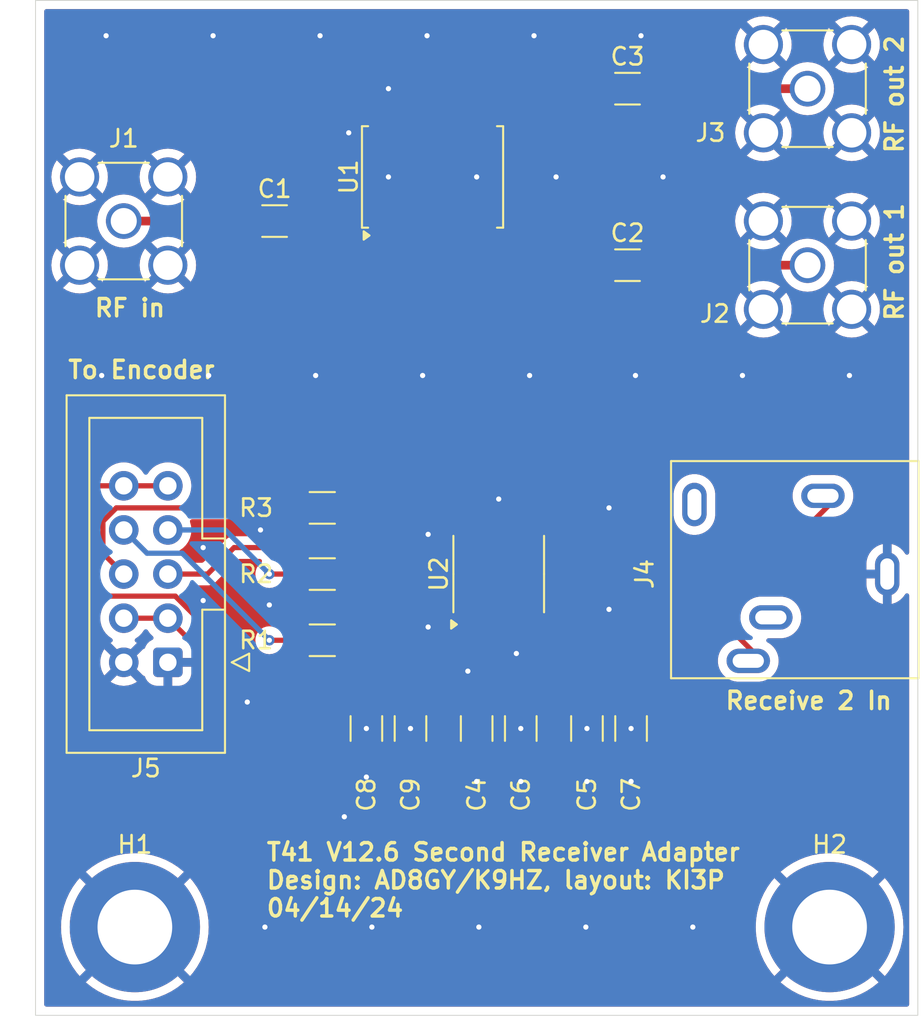
<source format=kicad_pcb>
(kicad_pcb (version 20240108) (generator "pcbnew") (generator_version "8.0")
  (layers (0 "F.Cu" signal) (31 "B.Cu" signal) (34 "B.Paste" user) (35 "F.Paste" user) (36 "B.SilkS" user "B.Silkscreen") (37 "F.SilkS" user "F.Silkscreen") (38 "B.Mask" user) (39 "F.Mask" user) (44 "Edge.Cuts" user))
  (net 0 "")
  (net 1 "Net-(J1-In)")
  (net 2 "Net-(U1-SUM)")
  (net 3 "Net-(U1-PORT1)")
  (net 4 "Net-(J2-In)")
  (net 5 "Net-(J3-In)")
  (net 6 "Net-(U1-PORT2)")
  (net 7 "+5V")
  (net 8 "GND")
  (net 9 "+3V3")
  (net 10 "Net-(U2-VREF)")
  (net 11 "/CLK")
  (net 12 "/DOUT")
  (net 13 "/BCK")
  (net 14 "/LRCK")
  (net 15 "Net-(U2-SCKI)")
  (net 16 "Net-(U2-LRCK)")
  (net 17 "Net-(U2-BCK)")
  (net 18 "Net-(U2-VIN_R)")
  (net 19 "Net-(U2-VIN_L)")
  (net 22 "Net-(U1-NC-Pad2)")
  (footprint "T41_Library:Jack_3.5mm_STX-3081_Horizontal" (layer "F.Cu") (at 205.248 101.596 90)
    (property "Reference" "J4" (at 0 -13.97 -90) (layer "F.SilkS"))
    (property "Value" "Receive2 In")
    (fp_line (start 6.5 -12.446) (end 6.5 1.8) (stroke (width 0.12)) (layer "F.SilkS"))
    (fp_line (start -6 -12.446) (end 6.5 -12.446) (stroke (width 0.12)) (layer "F.SilkS"))
    (fp_line (start 6.5 1.8) (end -6 1.8) (stroke (width 0.12)) (layer "F.SilkS"))
    (fp_line (start -6 1.8) (end -6 -12.446) (stroke (width 0.12)) (layer "F.SilkS"))
    (pad "R" thru_hole oval (at -5 -8 180) (size 2.5 1.4) (drill oval 1.8 0.8) (layers "*.Cu" "*.Mask") (net 19 "Net-(U2-VIN_L)"))
    (pad "RN" thru_hole oval (at -2.5 -6.7 180) (size 2.5 1.4) (drill oval 1.8 0.8) (layers "*.Cu" "*.Mask"))
    (pad "S" thru_hole oval (at 0 0 90) (size 2.5 1.4) (drill oval 1.8 0.8) (layers "*.Cu" "*.Mask") (net 8 "GND"))
    (pad "T" thru_hole oval (at 4.5 -3.7 180) (size 2.5 1.4) (drill oval 1.8 0.8) (layers "*.Cu" "*.Mask") (net 18 "Net-(U2-VIN_R)"))
    (pad "TN" thru_hole oval (at 4 -11.1 90) (size 2.5 1.4) (drill oval 1.8 0.8) (layers "*.Cu" "*.Mask"))
  )
  (footprint "Capacitor_SMD:C_1206_3216Metric" (layer "F.Cu") (at 181.61 110.49 -90)
    (property "Reference" "C4" (at 3.81 0 90) (layer "F.SilkS"))
    (property "Value" "0.1uF 50V")
    (fp_line (start -0.711252 0.91) (end 0.711252 0.91) (stroke (width 0.12)) (layer "F.SilkS"))
    (fp_line (start -0.711252 -0.91) (end 0.711252 -0.91) (stroke (width 0.12)) (layer "F.SilkS"))
    (pad "1" smd roundrect (at -1.475 0 270) (size 1.15 1.8) (layers "F.Cu" "F.Paste" "F.Mask") (roundrect_rratio 0.217391) (net 7 "+5V"))
    (pad "2" smd roundrect (at 1.475 0 270) (size 1.15 1.8) (layers "F.Cu" "F.Paste" "F.Mask") (roundrect_rratio 0.217391) (net 8 "GND"))
  )
  (footprint "Capacitor_SMD:C_1206_3216Metric" (layer "F.Cu") (at 177.8 110.49 -90)
    (property "Reference" "C9" (at 3.81 0 90) (layer "F.SilkS"))
    (property "Value" "10uF 16V")
    (fp_line (start -0.711252 0.91) (end 0.711252 0.91) (stroke (width 0.12)) (layer "F.SilkS"))
    (fp_line (start -0.711252 -0.91) (end 0.711252 -0.91) (stroke (width 0.12)) (layer "F.SilkS"))
    (pad "1" smd roundrect (at -1.475 0 270) (size 1.15 1.8) (layers "F.Cu" "F.Paste" "F.Mask") (roundrect_rratio 0.217391) (net 10 "Net-(U2-VREF)"))
    (pad "2" smd roundrect (at 1.475 0 270) (size 1.15 1.8) (layers "F.Cu" "F.Paste" "F.Mask") (roundrect_rratio 0.217391) (net 8 "GND"))
  )
  (footprint "Package_SO:TSSOP-14_4.4x5mm_P0.65mm" (layer "F.Cu") (at 182.88 101.6 90)
    (property "Reference" "U2" (at 0 -3.45 -90) (layer "F.SilkS"))
    (property "Value" "PCM1808PW")
    (fp_line (start 0 -2.61) (end 2.2 -2.61) (stroke (width 0.12)) (layer "F.SilkS"))
    (fp_line (start 0 -2.61) (end -2.2 -2.61) (stroke (width 0.12)) (layer "F.SilkS"))
    (fp_line (start 0 2.61) (end 2.2 2.61) (stroke (width 0.12)) (layer "F.SilkS"))
    (fp_line (start 0 2.61) (end -2.2 2.61) (stroke (width 0.12)) (layer "F.SilkS"))
    (fp_poly (pts (xy -2.9 -2.41) (xy -3.14 -2.74) (xy -2.66 -2.74) (xy -2.9 -2.41)) (stroke (width 0.12)) (fill solid) (layer "F.SilkS"))
    (pad "1" smd roundrect (at -2.8625 -1.95 90) (size 1.475 0.4) (layers "F.Cu" "F.Paste" "F.Mask") (net 10 "Net-(U2-VREF)"))
    (pad "2" smd roundrect (at -2.8625 -1.3 90) (size 1.475 0.4) (layers "F.Cu" "F.Paste" "F.Mask") (net 8 "GND"))
    (pad "3" smd roundrect (at -2.8625 -0.65 90) (size 1.475 0.4) (layers "F.Cu" "F.Paste" "F.Mask") (net 7 "+5V"))
    (pad "4" smd roundrect (at -2.8625 0 90) (size 1.475 0.4) (layers "F.Cu" "F.Paste" "F.Mask") (net 9 "+3V3"))
    (pad "5" smd roundrect (at -2.8625 0.65 90) (size 1.475 0.4) (layers "F.Cu" "F.Paste" "F.Mask") (net 8 "GND"))
    (pad "6" smd roundrect (at -2.8625 1.3 90) (size 1.475 0.4) (layers "F.Cu" "F.Paste" "F.Mask") (net 15 "Net-(U2-SCKI)"))
    (pad "7" smd roundrect (at -2.8625 1.95 90) (size 1.475 0.4) (layers "F.Cu" "F.Paste" "F.Mask") (net 16 "Net-(U2-LRCK)"))
    (pad "8" smd roundrect (at 2.8625 1.95 90) (size 1.475 0.4) (layers "F.Cu" "F.Paste" "F.Mask") (net 17 "Net-(U2-BCK)"))
    (pad "9" smd roundrect (at 2.8625 1.3 90) (size 1.475 0.4) (layers "F.Cu" "F.Paste" "F.Mask") (net 12 "/DOUT"))
    (pad "10" smd roundrect (at 2.8625 0.65 90) (size 1.475 0.4) (layers "F.Cu" "F.Paste" "F.Mask") (net 8 "GND"))
    (pad "11" smd roundrect (at 2.8625 0 90) (size 1.475 0.4) (layers "F.Cu" "F.Paste" "F.Mask") (net 8 "GND"))
    (pad "12" smd roundrect (at 2.8625 -0.65 90) (size 1.475 0.4) (layers "F.Cu" "F.Paste" "F.Mask") (net 8 "GND"))
    (pad "13" smd roundrect (at 2.8625 -1.3 90) (size 1.475 0.4) (layers "F.Cu" "F.Paste" "F.Mask") (net 19 "Net-(U2-VIN_L)"))
    (pad "14" smd roundrect (at 2.8625 -1.95 90) (size 1.475 0.4) (layers "F.Cu" "F.Paste" "F.Mask") (net 18 "Net-(U2-VIN_R)"))
  )
  (footprint "Connector_Coaxial:SMA_Amphenol_901-144_Vertical" (layer "F.Cu") (at 161.29 81.28)
    (property "Reference" "J1" (at 0 -4.75 0) (layer "F.SilkS"))
    (property "Value" "RF Input from LPF")
    (fp_line (start -3.355 -1.45) (end -3.355 1.45) (stroke (width 0.12)) (layer "F.SilkS"))
    (fp_line (start -1.45 -3.355) (end 1.45 -3.355) (stroke (width 0.12)) (layer "F.SilkS"))
    (fp_line (start -1.45 3.355) (end 1.45 3.355) (stroke (width 0.12)) (layer "F.SilkS"))
    (fp_line (start 3.355 -1.45) (end 3.355 1.45) (stroke (width 0.12)) (layer "F.SilkS"))
    (pad "1" thru_hole circle (at 0 0) (size 2.05 2.05) (drill 1.5) (layers "*.Cu" "*.Mask") (net 1 "Net-(J1-In)"))
    (pad "2" thru_hole circle (at -2.54 -2.54) (size 2.25 2.25) (drill 1.7) (layers "*.Cu" "*.Mask") (net 8 "GND"))
    (pad "2" thru_hole circle (at -2.54 2.54) (size 2.25 2.25) (drill 1.7) (layers "*.Cu" "*.Mask") (net 8 "GND"))
    (pad "2" thru_hole circle (at 2.54 -2.54) (size 2.25 2.25) (drill 1.7) (layers "*.Cu" "*.Mask") (net 8 "GND"))
    (pad "2" thru_hole circle (at 2.54 2.54) (size 2.25 2.25) (drill 1.7) (layers "*.Cu" "*.Mask") (net 8 "GND"))
  )
  (footprint "Capacitor_SMD:C_1206_3216Metric" (layer "F.Cu") (at 190.295 73.66)
    (property "Reference" "C3" (at 0 -1.85 0) (layer "F.SilkS"))
    (property "Value" "0.1uF 50V")
    (fp_line (start -0.711252 -0.91) (end 0.711252 -0.91) (stroke (width 0.12)) (layer "F.SilkS"))
    (fp_line (start -0.711252 0.91) (end 0.711252 0.91) (stroke (width 0.12)) (layer "F.SilkS"))
    (pad "1" smd roundrect (at -1.475 0) (size 1.15 1.8) (layers "F.Cu" "F.Paste" "F.Mask") (roundrect_rratio 0.217391) (net 6 "Net-(U1-PORT2)"))
    (pad "2" smd roundrect (at 1.475 0) (size 1.15 1.8) (layers "F.Cu" "F.Paste" "F.Mask") (roundrect_rratio 0.217391) (net 5 "Net-(J3-In)"))
  )
  (footprint "Resistor_SMD:R_1206_3216Metric" (layer "F.Cu") (at 172.72 105.41)
    (property "Reference" "R1" (at -3.81 0 0) (layer "F.SilkS"))
    (property "Value" "100R")
    (fp_line (start -0.727064 -0.91) (end 0.727064 -0.91) (stroke (width 0.12)) (layer "F.SilkS"))
    (fp_line (start -0.727064 0.91) (end 0.727064 0.91) (stroke (width 0.12)) (layer "F.SilkS"))
    (pad "1" smd roundrect (at -1.4625 0) (size 1.125 1.75) (layers "F.Cu" "F.Paste" "F.Mask") (roundrect_rratio 0.222222) (net 11 "/CLK"))
    (pad "2" smd roundrect (at 1.4625 0) (size 1.125 1.75) (layers "F.Cu" "F.Paste" "F.Mask") (roundrect_rratio 0.222222) (net 15 "Net-(U2-SCKI)"))
  )
  (footprint "Connector_Coaxial:SMA_Amphenol_901-144_Vertical" (layer "F.Cu") (at 200.66 83.82)
    (property "Reference" "J2" (at -5.334 2.794 0) (layer "F.SilkS"))
    (property "Value" "RF Out to BPF#1")
    (fp_line (start -3.355 -1.45) (end -3.355 1.45) (stroke (width 0.12)) (layer "F.SilkS"))
    (fp_line (start -1.45 -3.355) (end 1.45 -3.355) (stroke (width 0.12)) (layer "F.SilkS"))
    (fp_line (start -1.45 3.355) (end 1.45 3.355) (stroke (width 0.12)) (layer "F.SilkS"))
    (fp_line (start 3.355 -1.45) (end 3.355 1.45) (stroke (width 0.12)) (layer "F.SilkS"))
    (pad "1" thru_hole circle (at 0 0) (size 2.05 2.05) (drill 1.5) (layers "*.Cu" "*.Mask") (net 4 "Net-(J2-In)"))
    (pad "2" thru_hole circle (at -2.54 -2.54) (size 2.25 2.25) (drill 1.7) (layers "*.Cu" "*.Mask") (net 8 "GND"))
    (pad "2" thru_hole circle (at -2.54 2.54) (size 2.25 2.25) (drill 1.7) (layers "*.Cu" "*.Mask") (net 8 "GND"))
    (pad "2" thru_hole circle (at 2.54 -2.54) (size 2.25 2.25) (drill 1.7) (layers "*.Cu" "*.Mask") (net 8 "GND"))
    (pad "2" thru_hole circle (at 2.54 2.54) (size 2.25 2.25) (drill 1.7) (layers "*.Cu" "*.Mask") (net 8 "GND"))
  )
  (footprint "Capacitor_SMD:C_1206_3216Metric" (layer "F.Cu") (at 169.975 81.28)
    (property "Reference" "C1" (at 0 -1.85 0) (layer "F.SilkS"))
    (property "Value" "0.1uF 50V")
    (fp_line (start -0.711252 -0.91) (end 0.711252 -0.91) (stroke (width 0.12)) (layer "F.SilkS"))
    (fp_line (start -0.711252 0.91) (end 0.711252 0.91) (stroke (width 0.12)) (layer "F.SilkS"))
    (pad "1" smd roundrect (at -1.475 0) (size 1.15 1.8) (layers "F.Cu" "F.Paste" "F.Mask") (roundrect_rratio 0.217391) (net 1 "Net-(J1-In)"))
    (pad "2" smd roundrect (at 1.475 0) (size 1.15 1.8) (layers "F.Cu" "F.Paste" "F.Mask") (roundrect_rratio 0.217391) (net 2 "Net-(U1-SUM)"))
  )
  (footprint "MountingHole:MountingHole_4.3mm_M4_DIN965_Pad" (layer "F.Cu") (at 161.93 121.92)
    (property "Reference" "H1" (at 0 -4.75 0) (layer "F.SilkS"))
    (property "Value" "~")
    (pad "1" thru_hole circle (at 0 0) (size 7.5 7.5) (drill 4.3) (layers "*.Cu" "*.Mask") (net 8 "GND"))
  )
  (footprint "Connector_Coaxial:SMA_Amphenol_901-144_Vertical" (layer "F.Cu") (at 200.66 73.66)
    (property "Reference" "J3" (at -5.588 2.54 0) (layer "F.SilkS"))
    (property "Value" "RF Out to BPF#2")
    (fp_line (start -3.355 -1.45) (end -3.355 1.45) (stroke (width 0.12)) (layer "F.SilkS"))
    (fp_line (start -1.45 -3.355) (end 1.45 -3.355) (stroke (width 0.12)) (layer "F.SilkS"))
    (fp_line (start -1.45 3.355) (end 1.45 3.355) (stroke (width 0.12)) (layer "F.SilkS"))
    (fp_line (start 3.355 -1.45) (end 3.355 1.45) (stroke (width 0.12)) (layer "F.SilkS"))
    (pad "1" thru_hole circle (at 0 0) (size 2.05 2.05) (drill 1.5) (layers "*.Cu" "*.Mask") (net 5 "Net-(J3-In)"))
    (pad "2" thru_hole circle (at -2.54 -2.54) (size 2.25 2.25) (drill 1.7) (layers "*.Cu" "*.Mask") (net 8 "GND"))
    (pad "2" thru_hole circle (at -2.54 2.54) (size 2.25 2.25) (drill 1.7) (layers "*.Cu" "*.Mask") (net 8 "GND"))
    (pad "2" thru_hole circle (at 2.54 -2.54) (size 2.25 2.25) (drill 1.7) (layers "*.Cu" "*.Mask") (net 8 "GND"))
    (pad "2" thru_hole circle (at 2.54 2.54) (size 2.25 2.25) (drill 1.7) (layers "*.Cu" "*.Mask") (net 8 "GND"))
  )
  (footprint "Connector_IDC:IDC-Header_2x05_P2.54mm_Vertical" (layer "F.Cu") (at 163.83 106.68 180)
    (property "Reference" "J5" (at 1.27 -6.1 180) (layer "F.SilkS"))
    (property "Value" "To Encoder")
    (fp_line (start 5.83 15.37) (end -3.29 15.37) (stroke (width 0.12)) (layer "F.SilkS"))
    (fp_line (start 5.83 -5.21) (end 5.83 15.37) (stroke (width 0.12)) (layer "F.SilkS"))
    (fp_line (start 4.52 14.07) (end -1.98 14.07) (stroke (width 0.12)) (layer "F.SilkS"))
    (fp_line (start 4.52 -3.91) (end 4.52 14.07) (stroke (width 0.12)) (layer "F.SilkS"))
    (fp_line (start -1.98 14.07) (end -1.98 7.13) (stroke (width 0.12)) (layer "F.SilkS"))
    (fp_line (start -1.98 7.13) (end -1.98 7.13) (stroke (width 0.12)) (layer "F.SilkS"))
    (fp_line (start -1.98 7.13) (end -3.29 7.13) (stroke (width 0.12)) (layer "F.SilkS"))
    (fp_line (start -1.98 3.03) (end -1.98 -3.91) (stroke (width 0.12)) (layer "F.SilkS"))
    (fp_line (start -1.98 -3.91) (end 4.52 -3.91) (stroke (width 0.12)) (layer "F.SilkS"))
    (fp_line (start -3.29 15.37) (end -3.29 -5.21) (stroke (width 0.12)) (layer "F.SilkS"))
    (fp_line (start -3.29 3.03) (end -1.98 3.03) (stroke (width 0.12)) (layer "F.SilkS"))
    (fp_line (start -3.29 -5.21) (end 5.83 -5.21) (stroke (width 0.12)) (layer "F.SilkS"))
    (fp_line (start -3.68 0) (end -4.68 -0.5) (stroke (width 0.12)) (layer "F.SilkS"))
    (fp_line (start -4.68 0.5) (end -3.68 0) (stroke (width 0.12)) (layer "F.SilkS"))
    (fp_line (start -4.68 -0.5) (end -4.68 0.5) (stroke (width 0.12)) (layer "F.SilkS"))
    (pad "1" thru_hole roundrect (at 0 0 180) (size 1.7 1.7) (drill 1) (layers "*.Cu" "*.Mask") (roundrect_rratio 0.147059) (net 8 "GND"))
    (pad "2" thru_hole circle (at 2.54 0 180) (size 1.7 1.7) (drill 1) (layers "*.Cu" "*.Mask") (net 8 "GND"))
    (pad "3" thru_hole circle (at 0 2.54 180) (size 1.7 1.7) (drill 1) (layers "*.Cu" "*.Mask") (net 9 "+3V3"))
    (pad "4" thru_hole circle (at 2.54 2.54 180) (size 1.7 1.7) (drill 1) (layers "*.Cu" "*.Mask") (net 9 "+3V3"))
    (pad "5" thru_hole circle (at 0 5.08 180) (size 1.7 1.7) (drill 1) (layers "*.Cu" "*.Mask") (net 12 "/DOUT"))
    (pad "6" thru_hole circle (at 2.54 5.08 180) (size 1.7 1.7) (drill 1) (layers "*.Cu" "*.Mask") (net 13 "/BCK"))
    (pad "7" thru_hole circle (at 0 7.62 180) (size 1.7 1.7) (drill 1) (layers "*.Cu" "*.Mask") (net 14 "/LRCK"))
    (pad "8" thru_hole circle (at 2.54 7.62 180) (size 1.7 1.7) (drill 1) (layers "*.Cu" "*.Mask") (net 11 "/CLK"))
    (pad "9" thru_hole circle (at 0 10.16 180) (size 1.7 1.7) (drill 1) (layers "*.Cu" "*.Mask") (net 7 "+5V"))
    (pad "10" thru_hole circle (at 2.54 10.16 180) (size 1.7 1.7) (drill 1) (layers "*.Cu" "*.Mask") (net 7 "+5V"))
  )
  (footprint "Capacitor_SMD:C_1206_3216Metric" (layer "F.Cu") (at 175.26 110.49 -90)
    (property "Reference" "C8" (at 3.81 0 90) (layer "F.SilkS"))
    (property "Value" "0.1uF 50V")
    (fp_line (start -0.711252 0.91) (end 0.711252 0.91) (stroke (width 0.12)) (layer "F.SilkS"))
    (fp_line (start -0.711252 -0.91) (end 0.711252 -0.91) (stroke (width 0.12)) (layer "F.SilkS"))
    (pad "1" smd roundrect (at -1.475 0 270) (size 1.15 1.8) (layers "F.Cu" "F.Paste" "F.Mask") (roundrect_rratio 0.217391) (net 10 "Net-(U2-VREF)"))
    (pad "2" smd roundrect (at 1.475 0 270) (size 1.15 1.8) (layers "F.Cu" "F.Paste" "F.Mask") (roundrect_rratio 0.217391) (net 8 "GND"))
  )
  (footprint "Capacitor_SMD:C_1206_3216Metric" (layer "F.Cu") (at 190.5 110.49 -90)
    (property "Reference" "C7" (at 3.81 0 90) (layer "F.SilkS"))
    (property "Value" "10uF 16V")
    (fp_line (start -0.711252 0.91) (end 0.711252 0.91) (stroke (width 0.12)) (layer "F.SilkS"))
    (fp_line (start -0.711252 -0.91) (end 0.711252 -0.91) (stroke (width 0.12)) (layer "F.SilkS"))
    (pad "1" smd roundrect (at -1.475 0 270) (size 1.15 1.8) (layers "F.Cu" "F.Paste" "F.Mask") (roundrect_rratio 0.217391) (net 9 "+3V3"))
    (pad "2" smd roundrect (at 1.475 0 270) (size 1.15 1.8) (layers "F.Cu" "F.Paste" "F.Mask") (roundrect_rratio 0.217391) (net 8 "GND"))
  )
  (footprint "Resistor_SMD:R_1206_3216Metric" (layer "F.Cu") (at 172.72 101.6)
    (property "Reference" "R2" (at -3.81 0 0) (layer "F.SilkS"))
    (property "Value" "100R")
    (fp_line (start -0.727064 -0.91) (end 0.727064 -0.91) (stroke (width 0.12)) (layer "F.SilkS"))
    (fp_line (start -0.727064 0.91) (end 0.727064 0.91) (stroke (width 0.12)) (layer "F.SilkS"))
    (pad "1" smd roundrect (at -1.4625 0) (size 1.125 1.75) (layers "F.Cu" "F.Paste" "F.Mask") (roundrect_rratio 0.222222) (net 14 "/LRCK"))
    (pad "2" smd roundrect (at 1.4625 0) (size 1.125 1.75) (layers "F.Cu" "F.Paste" "F.Mask") (roundrect_rratio 0.222222) (net 16 "Net-(U2-LRCK)"))
  )
  (footprint "RF_Mini-Circuits:Mini-Circuits_CD636_H4.11mm" (layer "F.Cu") (at 179.07 78.74 90)
    (property "Reference" "U1" (at 0 -4.826 -90) (layer "F.SilkS"))
    (property "Value" "ADP-2-1W")
    (fp_line (start 2.921 -4.064) (end -2.921 -4.064) (stroke (width 0.12)) (layer "F.SilkS"))
    (fp_line (start -2.921 -4.064) (end -2.921 -3.71) (stroke (width 0.12)) (layer "F.SilkS"))
    (fp_line (start 2.921 -3.71) (end 2.921 -4.064) (stroke (width 0.12)) (layer "F.SilkS"))
    (fp_line (start 2.921 4.064) (end 2.921 3.71) (stroke (width 0.12)) (layer "F.SilkS"))
    (fp_line (start -2.921 4.064) (end -2.921 3.71) (stroke (width 0.12)) (layer "F.SilkS"))
    (fp_line (start -2.921 4.064) (end 2.921 4.064) (stroke (width 0.12)) (layer "F.SilkS"))
    (fp_poly (pts (xy -3.37 -3.63) (xy -3.61 -3.966) (xy -3.13 -3.966) (xy -3.37 -3.63)) (stroke (width 0.12)) (fill solid) (layer "F.SilkS"))
    (pad "1" smd rect (at -2.54 -2.54 90) (size 2.54 1.65) (layers "F.Cu" "F.Paste" "F.Mask") (net 2 "Net-(U1-SUM)"))
    (pad "2" smd rect (at -2.54 0 90) (size 2.54 1.65) (layers "F.Cu" "F.Paste" "F.Mask") (net 22 "Net-(U1-NC-Pad2)"))
    (pad "3" smd rect (at -2.54 2.54 90) (size 2.54 1.65) (layers "F.Cu" "F.Paste" "F.Mask") (net 3 "Net-(U1-PORT1)"))
    (pad "4" smd rect (at 2.54 2.54 90) (size 2.54 1.65) (layers "F.Cu" "F.Paste" "F.Mask") (net 6 "Net-(U1-PORT2)"))
    (pad "5" smd rect (at 2.54 0 90) (size 2.54 1.65) (layers "F.Cu" "F.Paste" "F.Mask") (net 22 "Net-(U1-NC-Pad2)"))
    (pad "6" smd rect (at 2.54 -2.54 90) (size 2.54 1.65) (layers "F.Cu" "F.Paste" "F.Mask") (net 8 "GND"))
  )
  (footprint "Capacitor_SMD:C_1206_3216Metric" (layer "F.Cu") (at 187.96 110.49 -90)
    (property "Reference" "C5" (at 3.81 0 90) (layer "F.SilkS"))
    (property "Value" "0.1uF 50V")
    (fp_line (start -0.711252 0.91) (end 0.711252 0.91) (stroke (width 0.12)) (layer "F.SilkS"))
    (fp_line (start -0.711252 -0.91) (end 0.711252 -0.91) (stroke (width 0.12)) (layer "F.SilkS"))
    (pad "1" smd roundrect (at -1.475 0 270) (size 1.15 1.8) (layers "F.Cu" "F.Paste" "F.Mask") (roundrect_rratio 0.217391) (net 9 "+3V3"))
    (pad "2" smd roundrect (at 1.475 0 270) (size 1.15 1.8) (layers "F.Cu" "F.Paste" "F.Mask") (roundrect_rratio 0.217391) (net 8 "GND"))
  )
  (footprint "MountingHole:MountingHole_4.3mm_M4_DIN965_Pad" (layer "F.Cu") (at 201.93 121.92)
    (property "Reference" "H2" (at 0 -4.75 0) (layer "F.SilkS"))
    (property "Value" "~")
    (pad "1" thru_hole circle (at 0 0) (size 7.5 7.5) (drill 4.3) (layers "*.Cu" "*.Mask") (net 8 "GND"))
  )
  (footprint "Capacitor_SMD:C_1206_3216Metric" (layer "F.Cu") (at 184.15 110.49 -90)
    (property "Reference" "C6" (at 3.81 0 90) (layer "F.SilkS"))
    (property "Value" "10uF 16V")
    (fp_line (start -0.711252 0.91) (end 0.711252 0.91) (stroke (width 0.12)) (layer "F.SilkS"))
    (fp_line (start -0.711252 -0.91) (end 0.711252 -0.91) (stroke (width 0.12)) (layer "F.SilkS"))
    (pad "1" smd roundrect (at -1.475 0 270) (size 1.15 1.8) (layers "F.Cu" "F.Paste" "F.Mask") (roundrect_rratio 0.217391) (net 7 "+5V"))
    (pad "2" smd roundrect (at 1.475 0 270) (size 1.15 1.8) (layers "F.Cu" "F.Paste" "F.Mask") (roundrect_rratio 0.217391) (net 8 "GND"))
  )
  (footprint "Capacitor_SMD:C_1206_3216Metric" (layer "F.Cu") (at 190.295 83.82)
    (property "Reference" "C2" (at 0 -1.85 0) (layer "F.SilkS"))
    (property "Value" "0.1uF 50V")
    (fp_line (start -0.711252 -0.91) (end 0.711252 -0.91) (stroke (width 0.12)) (layer "F.SilkS"))
    (fp_line (start -0.711252 0.91) (end 0.711252 0.91) (stroke (width 0.12)) (layer "F.SilkS"))
    (pad "1" smd roundrect (at -1.475 0) (size 1.15 1.8) (layers "F.Cu" "F.Paste" "F.Mask") (roundrect_rratio 0.217391) (net 3 "Net-(U1-PORT1)"))
    (pad "2" smd roundrect (at 1.475 0) (size 1.15 1.8) (layers "F.Cu" "F.Paste" "F.Mask") (roundrect_rratio 0.217391) (net 4 "Net-(J2-In)"))
  )
  (footprint "Resistor_SMD:R_1206_3216Metric" (layer "F.Cu") (at 172.72 97.79)
    (property "Reference" "R3" (at -3.81 0 0) (layer "F.SilkS"))
    (property "Value" "100R")
    (fp_line (start -0.727064 -0.91) (end 0.727064 -0.91) (stroke (width 0.12)) (layer "F.SilkS"))
    (fp_line (start -0.727064 0.91) (end 0.727064 0.91) (stroke (width 0.12)) (layer "F.SilkS"))
    (pad "1" smd roundrect (at -1.4625 0) (size 1.125 1.75) (layers "F.Cu" "F.Paste" "F.Mask") (roundrect_rratio 0.222222) (net 13 "/BCK"))
    (pad "2" smd roundrect (at 1.4625 0) (size 1.125 1.75) (layers "F.Cu" "F.Paste" "F.Mask") (roundrect_rratio 0.222222) (net 17 "Net-(U2-BCK)"))
  )
  (gr_rect (start 156.21 68.58) (end 207.01 127) (stroke (width 0.05)) (fill none) (layer "Edge.Cuts"))
  (gr_text "RF out 1" (at 206.248 87.122 90) (layer "F.SilkS") (effects (font (size 1 1) (thickness 0.2) (bold yes)) (justify left bottom)))
  (gr_text "To Encoder" (at 157.988 90.424 0) (layer "F.SilkS") (effects (font (size 1 1) (thickness 0.2) (bold yes)) (justify left bottom)))
  (gr_text "RF in" (at 159.512 86.868 0) (layer "F.SilkS") (effects (font (size 1 1) (thickness 0.2) (bold yes)) (justify left bottom)))
  (gr_text "Receive 2 In" (at 195.834 109.474 0) (layer "F.SilkS") (effects (font (size 1 1) (thickness 0.2) (bold yes)) (justify left bottom)))
  (gr_text "RF out 2" (at 206.248 77.47 90) (layer "F.SilkS") (effects (font (size 1 1) (thickness 0.2) (bold yes)) (justify left bottom)))
  (gr_text "T41 V12.6 Second Receiver Adapter \nDesign: AD8GY/K9HZ, layout: KI3P\n04/14/24" (at 169.418 121.412 0) (layer "F.SilkS") (effects (font (size 1 1) (thickness 0.2) (bold yes)) (justify left bottom)))
  (segment (start 161.29 81.28) (end 168.5 81.28) (width 0.5) (layer "F.Cu") (net 1))
  (segment (start 171.45 81.28) (end 176.53 81.28) (width 0.5) (layer "F.Cu") (net 2))
  (segment (start 186.28 81.28) (end 188.82 83.82) (width 0.5) (layer "F.Cu") (net 3))
  (segment (start 181.61 81.28) (end 186.28 81.28) (width 0.5) (layer "F.Cu") (net 3))
  (segment (start 191.77 83.82) (end 200.66 83.82) (width 0.5) (layer "F.Cu") (net 4))
  (segment (start 191.77 73.66) (end 200.66 73.66) (width 0.5) (layer "F.Cu") (net 5))
  (segment (start 181.61 76.2) (end 186.28 76.2) (width 0.5) (layer "F.Cu") (net 6))
  (segment (start 186.28 76.2) (end 188.82 73.66) (width 0.5) (layer "F.Cu") (net 6))
  (segment (start 173.228 114.3) (end 169.672 110.744) (width 0.3) (layer "F.Cu") (net 7))
  (segment (start 182.23 108.395) (end 181.61 109.015) (width 0.3) (layer "F.Cu") (net 7))
  (segment (start 158.496 101.854) (end 158.496 97.282) (width 0.3) (layer "F.Cu") (net 7))
  (segment (start 181.61 109.015) (end 181.61 110.134544) (width 0.3) (layer "F.Cu") (net 7))
  (segment (start 169.672 108.284943) (end 164.257057 102.87) (width 0.3) (layer "F.Cu") (net 7))
  (segment (start 182.23 104.4625) (end 182.23 108.395) (width 0.3) (layer "F.Cu") (net 7))
  (segment (start 177.444544 114.3) (end 173.228 114.3) (width 0.3) (layer "F.Cu") (net 7))
  (segment (start 164.257057 102.87) (end 159.512 102.87) (width 0.3) (layer "F.Cu") (net 7))
  (segment (start 181.61 110.134544) (end 177.444544 114.3) (width 0.3) (layer "F.Cu") (net 7))
  (segment (start 184.15 109.015) (end 181.61 109.015) (width 0.5) (layer "F.Cu") (net 7))
  (segment (start 159.512 102.87) (end 158.496 101.854) (width 0.3) (layer "F.Cu") (net 7))
  (segment (start 163.83 96.52) (end 161.29 96.52) (width 0.3) (layer "F.Cu") (net 7))
  (segment (start 158.496 97.282) (end 159.258 96.52) (width 0.3) (layer "F.Cu") (net 7))
  (segment (start 169.672 110.744) (end 169.672 108.284943) (width 0.3) (layer "F.Cu") (net 7))
  (segment (start 159.258 96.52) (end 161.29 96.52) (width 0.3) (layer "F.Cu") (net 7))
  (segment (start 183.53 97.932) (end 182.88 97.282) (width 0.3) (layer "F.Cu") (net 8))
  (segment (start 181.58 104.4625) (end 181.58 106.71) (width 0.3) (layer "F.Cu") (net 8))
  (segment (start 181.58 106.71) (end 181.102 107.188) (width 0.3) (layer "F.Cu") (net 8))
  (segment (start 182.23 97.932) (end 182.88 97.282) (width 0.3) (layer "F.Cu") (net 8))
  (segment (start 183.53 98.7375) (end 183.53 97.932) (width 0.3) (layer "F.Cu") (net 8))
  (segment (start 183.53 104.4625) (end 183.53 105.806) (width 0.3) (layer "F.Cu") (net 8))
  (segment (start 182.23 98.7375) (end 182.23 97.932) (width 0.3) (layer "F.Cu") (net 8))
  (segment (start 183.53 105.806) (end 183.896 106.172) (width 0.3) (layer "F.Cu") (net 8))
  (via (at 176.53 78.74) (size 0.6) (drill 0.3) (layers "F.Cu" "B.Cu") (net 8))
  (via (at 181.61 113.538) (size 0.6) (drill 0.3) (layers "F.Cu" "B.Cu") (net 8))
  (via (at 203.073 90.17) (size 0.6) (drill 0.3) (layers "F.Cu" "B.Cu") (net 8))
  (via (at 189.23 103.632) (size 0.6) (drill 0.3) (layers "F.Cu" "B.Cu") (net 8))
  (via (at 182.88 97.282) (size 0.6) (drill 0.3) (layers "F.Cu" "B.Cu") (net 8))
  (via (at 181.61 78.74) (size 0.6) (drill 0.3) (layers "F.Cu" "B.Cu") (net 8))
  (via (at 175.5775 121.92) (size 0.6) (drill 0.3) (layers "F.Cu" "B.Cu") (net 8))
  (via (at 177.8 110.49) (size 0.6) (drill 0.3) (layers "F.Cu" "B.Cu") (net 8))
  (via (at 165.862 100.076) (size 0.6) (drill 0.3) (layers "F.Cu" "B.Cu") (net 8))
  (via (at 190.754 90.17) (size 0.6) (drill 0.3) (layers "F.Cu" "B.Cu") (net 8))
  (via (at 196.9135 90.17) (size 0.6) (drill 0.3) (layers "F.Cu" "B.Cu") (net 8))
  (via (at 192.3415 78.74) (size 0.6) (drill 0.3) (layers "F.Cu" "B.Cu") (net 8))
  (via (at 183.896 106.172) (size 0.6) (drill 0.3) (layers "F.Cu" "B.Cu") (net 8))
  (via (at 187.8965 121.92) (size 0.6) (drill 0.3) (layers "F.Cu" "B.Cu") (net 8))
  (via (at 160.02 90.17) (size 0.6) (drill 0.3) (layers "F.Cu" "B.Cu") (net 8))
  (via (at 175.26 113.284) (size 0.6) (drill 0.3) (layers "F.Cu" "B.Cu") (net 8))
  (via (at 187.96 113.538) (size 0.6) (drill 0.3) (layers "F.Cu" "B.Cu") (net 8))
  (via (at 166.4335 70.612) (size 0.6) (drill 0.3) (layers "F.Cu" "B.Cu") (net 8))
  (via (at 190.5 113.538) (size 0.6) (drill 0.3) (layers "F.Cu" "B.Cu") (net 8))
  (via (at 189.23 97.79) (size 0.6) (drill 0.3) (layers "F.Cu" "B.Cu") (net 8))
  (via (at 169.418 121.92) (size 0.6) (drill 0.3) (layers "F.Cu" "B.Cu") (net 8))
  (via (at 178.816 99.314) (size 0.6) (drill 0.3) (layers "F.Cu" "B.Cu") (net 8))
  (via (at 194.056 121.92) (size 0.6) (drill 0.3) (layers "F.Cu" "B.Cu") (net 8))
  (via (at 169.164 99.06) (size 0.6) (drill 0.3) (layers "F.Cu" "B.Cu") (net 8))
  (via (at 191.0715 70.612) (size 0.6) (drill 0.3) (layers "F.Cu" "B.Cu") (net 8))
  (via (at 166.1795 90.17) (size 0.6) (drill 0.3) (layers "F.Cu" "B.Cu") (net 8))
  (via (at 172.593 70.612) (size 0.6) (drill 0.3) (layers "F.Cu" "B.Cu") (net 8))
  (via (at 181.737 121.92) (size 0.6) (drill 0.3) (layers "F.Cu" "B.Cu") (net 8))
  (via (at 184.658 90.17) (size 0.6) (drill 0.3) (layers "F.Cu" "B.Cu") (net 8))
  (via (at 186.182 78.74) (size 0.6) (drill 0.3) (layers "F.Cu" "B.Cu") (net 8))
  (via (at 168.402 108.966) (size 0.6) (drill 0.3) (layers "F.Cu" "B.Cu") (net 8))
  (via (at 172.339 90.17) (size 0.6) (drill 0.3) (layers "F.Cu" "B.Cu") (net 8))
  (via (at 160.274 70.612) (size 0.6) (drill 0.3) (layers "F.Cu" "B.Cu") (net 8))
  (via (at 176.53 73.66) (size 0.6) (drill 0.3) (layers "F.Cu" "B.Cu") (net 8))
  (via (at 178.4985 90.17) (size 0.6) (drill 0.3) (layers "F.Cu" "B.Cu") (net 8))
  (via (at 184.15 113.538) (size 0.6) (drill 0.3) (layers "F.Cu" "B.Cu") (net 8))
  (via (at 181.102 107.188) (size 0.6) (drill 0.3) (layers "F.Cu" "B.Cu") (net 8))
  (via (at 184.15 110.49) (size 0.6) (drill 0.3) (layers "F.Cu" "B.Cu") (net 8))
  (via (at 190.5 110.49) (size 0.6) (drill 0.3) (layers "F.Cu" "B.Cu") (net 8))
  (via (at 173.99 115.57) (size 0.6) (drill 0.3) (layers "F.Cu" "B.Cu") (net 8))
  (via (at 165.862 103.124) (size 0.6) (drill 0.3) (layers "F.Cu" "B.Cu") (net 8))
  (via (at 174.244 76.2) (size 0.6) (drill 0.3) (layers "F.Cu" "B.Cu") (net 8))
  (via (at 187.96 110.49) (size 0.6) (drill 0.3) (layers "F.Cu" "B.Cu") (net 8))
  (via (at 178.7525 70.612) (size 0.6) (drill 0.3) (layers "F.Cu" "B.Cu") (net 8))
  (via (at 175.26 110.49) (size 0.6) (drill 0.3) (layers "F.Cu" "B.Cu") (net 8))
  (via (at 184.912 70.612) (size 0.6) (drill 0.3) (layers "F.Cu" "B.Cu") (net 8))
  (via (at 178.816 104.648) (size 0.6) (drill 0.3) (layers "F.Cu" "B.Cu") (net 8))
  (via (at 169.672 103.378) (size 0.6) (drill 0.3) (layers "F.Cu" "B.Cu") (net 8))
  (segment (start 167.132 110.744) (end 173.228 116.84) (width 0.3) (layer "F.Cu") (net 9))
  (segment (start 182.88 104.4625) (end 182.88 106.934) (width 0.3) (layer "F.Cu") (net 9))
  (segment (start 161.29 104.14) (end 163.83 104.14) (width 0.3) (layer "F.Cu") (net 9))
  (segment (start 190.5 109.015) (end 187.96 109.015) (width 0.5) (layer "F.Cu") (net 9))
  (segment (start 182.372 116.84) (end 186.71 112.502) (width 0.3) (layer "F.Cu") (net 9))
  (segment (start 163.83 104.14) (end 167.132 107.442) (width 0.3) (layer "F.Cu") (net 9))
  (segment (start 186.71 112.502) (end 186.71 110.265) (width 0.3) (layer "F.Cu") (net 9))
  (segment (start 183.388 107.442) (end 185.122001 107.442) (width 0.3) (layer "F.Cu") (net 9))
  (segment (start 173.228 116.84) (end 182.372 116.84) (width 0.3) (layer "F.Cu") (net 9))
  (segment (start 182.88 106.934) (end 183.388 107.442) (width 0.3) (layer "F.Cu") (net 9))
  (segment (start 186.695001 109.015) (end 187.96 109.015) (width 0.3) (layer "F.Cu") (net 9))
  (segment (start 167.132 107.442) (end 167.132 110.744) (width 0.3) (layer "F.Cu") (net 9))
  (segment (start 185.122001 107.442) (end 186.695001 109.015) (width 0.3) (layer "F.Cu") (net 9))
  (segment (start 186.71 110.265) (end 187.96 109.015) (width 0.3) (layer "F.Cu") (net 9))
  (segment (start 177.8 109.015) (end 175.26 109.015) (width 0.5) (layer "F.Cu") (net 10))
  (segment (start 180.93 105.885) (end 177.8 109.015) (width 0.3) (layer "F.Cu") (net 10))
  (segment (start 180.93 104.4625) (end 180.93 105.885) (width 0.3) (layer "F.Cu") (net 10))
  (segment (start 169.672 105.41) (end 171.2575 105.41) (width 0.3) (layer "F.Cu") (net 11))
  (via (at 169.672 105.41) (size 0.6) (drill 0.3) (layers "F.Cu" "B.Cu") (net 11))
  (segment (start 162.63 100.4) (end 164.662 100.4) (width 0.3) (layer "B.Cu") (net 11))
  (segment (start 161.29 99.06) (end 162.63 100.4) (width 0.3) (layer "B.Cu") (net 11))
  (segment (start 164.662 100.4) (end 169.672 105.41) (width 0.3) (layer "B.Cu") (net 11))
  (segment (start 167.64 100.076) (end 166.116 101.6) (width 0.3) (layer "F.Cu") (net 12))
  (segment (start 183.642 96.266) (end 178.816 96.266) (width 0.3) (layer "F.Cu") (net 12))
  (segment (start 175.006 100.076) (end 167.64 100.076) (width 0.3) (layer "F.Cu") (net 12))
  (segment (start 166.116 101.6) (end 163.83 101.6) (width 0.3) (layer "F.Cu") (net 12))
  (segment (start 184.18 98.7375) (end 184.18 96.804) (width 0.3) (layer "F.Cu") (net 12))
  (segment (start 184.18 96.804) (end 183.642 96.266) (width 0.3) (layer "F.Cu") (net 12))
  (segment (start 178.816 96.266) (end 175.006 100.076) (width 0.3) (layer "F.Cu") (net 12))
  (segment (start 160.09 98.562943) (end 160.09 100.4) (width 0.3) (layer "F.Cu") (net 13))
  (segment (start 171.2575 97.79) (end 160.862943 97.79) (width 0.3) (layer "F.Cu") (net 13))
  (segment (start 160.09 100.4) (end 161.29 101.6) (width 0.3) (layer "F.Cu") (net 13))
  (segment (start 160.862943 97.79) (end 160.09 98.562943) (width 0.3) (layer "F.Cu") (net 13))
  (segment (start 169.672 101.6) (end 171.2575 101.6) (width 0.3) (layer "F.Cu") (net 14))
  (via (at 169.672 101.6) (size 0.6) (drill 0.3) (layers "F.Cu" "B.Cu") (net 14))
  (segment (start 163.83 99.06) (end 167.132 99.06) (width 0.3) (layer "B.Cu") (net 14))
  (segment (start 167.132 99.06) (end 169.672 101.6) (width 0.3) (layer "B.Cu") (net 14))
  (segment (start 184.18 103.725001) (end 183.578999 103.124) (width 0.3) (layer "F.Cu") (net 15))
  (segment (start 176.4685 103.124) (end 174.1825 105.41) (width 0.3) (layer "F.Cu") (net 15))
  (segment (start 184.18 104.4625) (end 184.18 103.725001) (width 0.3) (layer "F.Cu") (net 15))
  (segment (start 183.578999 103.124) (end 176.4685 103.124) (width 0.3) (layer "F.Cu") (net 15))
  (segment (start 184.83 103.667895) (end 184.83 104.4625) (width 0.3) (layer "F.Cu") (net 16))
  (segment (start 174.1825 101.6) (end 182.762105 101.6) (width 0.3) (layer "F.Cu") (net 16))
  (segment (start 182.762105 101.6) (end 184.83 103.667895) (width 0.3) (layer "F.Cu") (net 16))
  (segment (start 184.83 96.184) (end 184.83 98.7375) (width 0.3) (layer "F.Cu") (net 17))
  (segment (start 184.15 95.504) (end 184.83 96.184) (width 0.3) (layer "F.Cu") (net 17))
  (segment (start 176.4685 95.504) (end 184.15 95.504) (width 0.3) (layer "F.Cu") (net 17))
  (segment (start 174.1825 97.79) (end 176.4685 95.504) (width 0.3) (layer "F.Cu") (net 17))
  (segment (start 182.039001 100.584) (end 180.93 99.474999) (width 0.3) (layer "F.Cu") (net 18))
  (segment (start 180.93 99.474999) (end 180.93 98.7375) (width 0.3) (layer "F.Cu") (net 18))
  (segment (start 202.39 97.14) (end 198.946 100.584) (width 0.3) (layer "F.Cu") (net 18))
  (segment (start 198.946 100.584) (end 182.039001 100.584) (width 0.3) (layer "F.Cu") (net 18))
  (segment (start 180.086 99.568) (end 180.086 98.204832) (width 0.3) (layer "F.Cu") (net 19))
  (segment (start 181.115999 97.536) (end 181.58 98.000001) (width 0.3) (layer "F.Cu") (net 19))
  (segment (start 198.09 106.64) (end 192.55 101.1) (width 0.3) (layer "F.Cu") (net 19))
  (segment (start 180.086 98.204832) (end 180.754832 97.536) (width 0.3) (layer "F.Cu") (net 19))
  (segment (start 192.55 101.1) (end 181.618 101.1) (width 0.3) (layer "F.Cu") (net 19))
  (segment (start 180.754832 97.536) (end 181.115999 97.536) (width 0.3) (layer "F.Cu") (net 19))
  (segment (start 181.58 98.000001) (end 181.58 98.7375) (width 0.3) (layer "F.Cu") (net 19))
  (segment (start 181.618 101.1) (end 180.086 99.568) (width 0.3) (layer "F.Cu") (net 19))
  (segment (start 179.07 81.28) (end 179.07 76.2) (width 0.5) (layer "F.Cu") (net 22))
  (zone (net 8) (net_name "GND") (layers "F&B.Cu") (connect_pads (clearance 0.5)) (min_thickness 0.25) (fill yes (thermal_gap 0.5) (thermal_bridge_width 0.5))
    (polygon (pts (xy 156.21 68.58) (xy 207.01 68.58) (xy 207.01 127) (xy 156.21 127)))
  )
)
</source>
